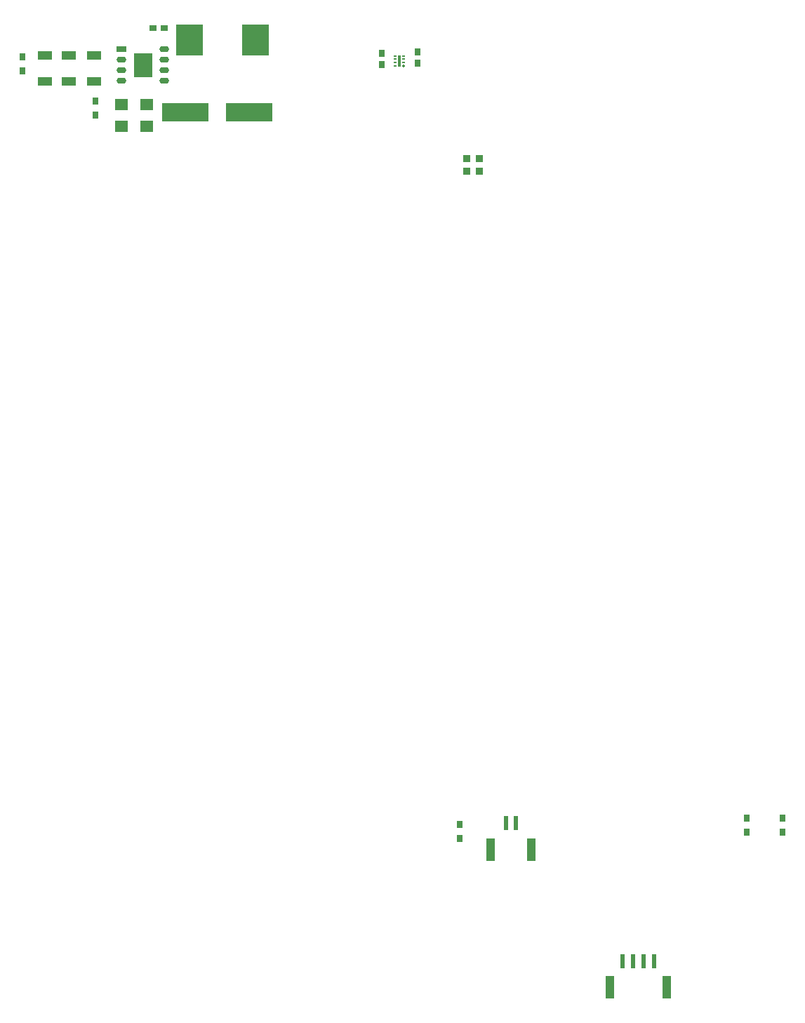
<source format=gbr>
G04*
G04 #@! TF.GenerationSoftware,Altium Limited,Altium Designer,23.0.1 (38)*
G04*
G04 Layer_Color=8421504*
%FSLAX25Y25*%
%MOIN*%
G70*
G04*
G04 #@! TF.SameCoordinates,96643D2F-BE8E-4E12-8B93-A60CB91944C5*
G04*
G04*
G04 #@! TF.FilePolarity,Positive*
G04*
G01*
G75*
%ADD14R,0.03150X0.03543*%
%ADD15R,0.01732X0.05512*%
%ADD16R,0.01378X0.01024*%
%ADD17O,0.01378X0.01024*%
%ADD18R,0.06496X0.05512*%
%ADD19R,0.22008X0.08583*%
%ADD20O,0.04500X0.02992*%
%ADD21R,0.08898X0.11772*%
%ADD22R,0.04500X0.02992*%
%ADD23R,0.06693X0.04331*%
%ADD24R,0.02362X0.06693*%
%ADD25R,0.03937X0.10630*%
%ADD26R,0.03543X0.03543*%
%ADD27R,0.03543X0.03150*%
%ADD28R,0.12992X0.14567*%
D14*
X426000Y102847D02*
D03*
Y96153D02*
D03*
X252500Y466157D02*
D03*
Y460843D02*
D03*
X82000Y464347D02*
D03*
Y457654D02*
D03*
X116500Y436654D02*
D03*
Y443347D02*
D03*
X289500Y99847D02*
D03*
Y93154D02*
D03*
X269683Y466795D02*
D03*
Y461480D02*
D03*
X443000Y96153D02*
D03*
Y102847D02*
D03*
D15*
X261000Y462500D02*
D03*
D16*
X263067Y461713D02*
D03*
X258933Y464862D02*
D03*
Y463287D02*
D03*
Y461713D02*
D03*
Y460138D02*
D03*
X263067Y464862D02*
D03*
Y463287D02*
D03*
D17*
Y460138D02*
D03*
D18*
X141000Y431382D02*
D03*
Y441618D02*
D03*
X129000Y431382D02*
D03*
Y441618D02*
D03*
D19*
X159246Y438000D02*
D03*
X189754D02*
D03*
D20*
X129000Y458000D02*
D03*
Y453000D02*
D03*
X149484Y463000D02*
D03*
Y458000D02*
D03*
Y453000D02*
D03*
X129000Y463000D02*
D03*
X149484Y468000D02*
D03*
D21*
X139242Y460500D02*
D03*
D22*
X129000Y468000D02*
D03*
D23*
X116000Y452898D02*
D03*
Y465102D02*
D03*
X104000D02*
D03*
Y452898D02*
D03*
X92500Y465102D02*
D03*
Y452898D02*
D03*
D24*
X367118Y34913D02*
D03*
X372039D02*
D03*
X376961D02*
D03*
X381882D02*
D03*
X316461Y100500D02*
D03*
X311539D02*
D03*
D25*
X361016Y22315D02*
D03*
X387984D02*
D03*
X323744Y87902D02*
D03*
X304256D02*
D03*
D26*
X293047Y410047D02*
D03*
Y415953D02*
D03*
X298953Y410047D02*
D03*
Y415953D02*
D03*
D27*
X149158Y478000D02*
D03*
X143842D02*
D03*
D28*
X161449Y472500D02*
D03*
X192551D02*
D03*
M02*

</source>
